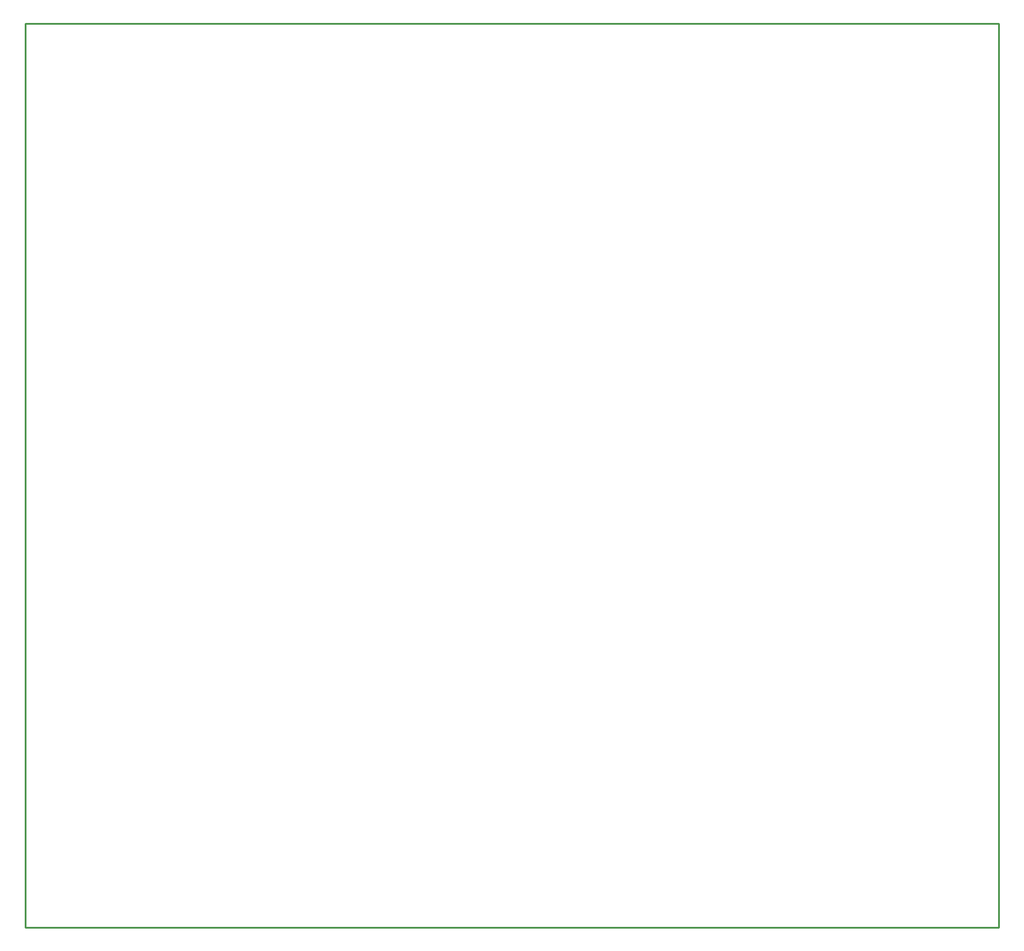
<source format=gko>
G04*
G04 #@! TF.GenerationSoftware,Altium Limited,Altium Designer,20.2.5 (213)*
G04*
G04 Layer_Color=16711935*
%FSTAX24Y24*%
%MOIN*%
G70*
G04*
G04 #@! TF.SameCoordinates,E6115DE1-F2E3-4B59-8193-A89D5BA3A6A3*
G04*
G04*
G04 #@! TF.FilePolarity,Positive*
G04*
G01*
G75*
%ADD13C,0.0100*%
D13*
X00855Y0073D02*
Y0087D01*
Y0073D02*
X0637D01*
X0637Y0585D02*
X0637Y0073D01*
X00855Y0585D02*
X0637D01*
X00855Y0087D02*
Y0585D01*
M02*

</source>
